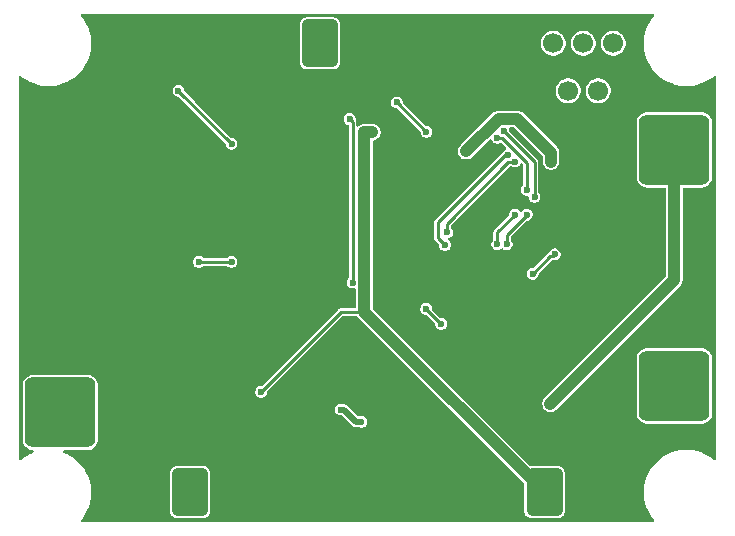
<source format=gbl>
G04 #@! TF.GenerationSoftware,KiCad,Pcbnew,9.0.1*
G04 #@! TF.CreationDate,2025-05-07T20:37:22+02:00*
G04 #@! TF.ProjectId,resistive-BMS-4s,72657369-7374-4697-9665-2d424d532d34,rev?*
G04 #@! TF.SameCoordinates,Original*
G04 #@! TF.FileFunction,Copper,L2,Bot*
G04 #@! TF.FilePolarity,Positive*
%FSLAX46Y46*%
G04 Gerber Fmt 4.6, Leading zero omitted, Abs format (unit mm)*
G04 Created by KiCad (PCBNEW 9.0.1) date 2025-05-07 20:37:22*
%MOMM*%
%LPD*%
G01*
G04 APERTURE LIST*
G04 Aperture macros list*
%AMRoundRect*
0 Rectangle with rounded corners*
0 $1 Rounding radius*
0 $2 $3 $4 $5 $6 $7 $8 $9 X,Y pos of 4 corners*
0 Add a 4 corners polygon primitive as box body*
4,1,4,$2,$3,$4,$5,$6,$7,$8,$9,$2,$3,0*
0 Add four circle primitives for the rounded corners*
1,1,$1+$1,$2,$3*
1,1,$1+$1,$4,$5*
1,1,$1+$1,$6,$7*
1,1,$1+$1,$8,$9*
0 Add four rect primitives between the rounded corners*
20,1,$1+$1,$2,$3,$4,$5,0*
20,1,$1+$1,$4,$5,$6,$7,0*
20,1,$1+$1,$6,$7,$8,$9,0*
20,1,$1+$1,$8,$9,$2,$3,0*%
G04 Aperture macros list end*
G04 #@! TA.AperFunction,ComponentPad*
%ADD10C,0.600000*%
G04 #@! TD*
G04 #@! TA.AperFunction,SMDPad,CuDef*
%ADD11RoundRect,0.375000X-1.125000X-1.625000X1.125000X-1.625000X1.125000X1.625000X-1.125000X1.625000X0*%
G04 #@! TD*
G04 #@! TA.AperFunction,ComponentPad*
%ADD12R,1.700000X1.700000*%
G04 #@! TD*
G04 #@! TA.AperFunction,ComponentPad*
%ADD13C,1.700000*%
G04 #@! TD*
G04 #@! TA.AperFunction,SMDPad,CuDef*
%ADD14RoundRect,0.750000X-2.250000X-2.250000X2.250000X-2.250000X2.250000X2.250000X-2.250000X2.250000X0*%
G04 #@! TD*
G04 #@! TA.AperFunction,ViaPad*
%ADD15C,0.600000*%
G04 #@! TD*
G04 #@! TA.AperFunction,Conductor*
%ADD16C,0.250000*%
G04 #@! TD*
G04 #@! TA.AperFunction,Conductor*
%ADD17C,1.000000*%
G04 #@! TD*
G04 #@! TA.AperFunction,Conductor*
%ADD18C,0.500000*%
G04 #@! TD*
G04 APERTURE END LIST*
D10*
X84000000Y-117500000D03*
X84000000Y-118500000D03*
X84000000Y-119500000D03*
X84000000Y-120500000D03*
X84500000Y-118000000D03*
X84500000Y-119000000D03*
X84500000Y-120000000D03*
X85000000Y-117500000D03*
X85000000Y-118500000D03*
D11*
X85000000Y-119000000D03*
D10*
X85000000Y-119500000D03*
X85000000Y-120500000D03*
X85500000Y-118000000D03*
X85500000Y-119000000D03*
X85500000Y-120000000D03*
X86000000Y-117500000D03*
X86000000Y-118500000D03*
X86000000Y-119500000D03*
X86000000Y-120500000D03*
D12*
X113190000Y-81000000D03*
D13*
X115730000Y-81000000D03*
X118270000Y-81000000D03*
X120810000Y-81000000D03*
D10*
X114000000Y-117500000D03*
X114000000Y-118500000D03*
X114000000Y-119500000D03*
X114000000Y-120500000D03*
X114500000Y-118000000D03*
X114500000Y-119000000D03*
X114500000Y-120000000D03*
X115000000Y-117500000D03*
X115000000Y-118500000D03*
D11*
X115000000Y-119000000D03*
D10*
X115000000Y-119500000D03*
X115000000Y-120500000D03*
X115500000Y-118000000D03*
X115500000Y-119000000D03*
X115500000Y-120000000D03*
X116000000Y-117500000D03*
X116000000Y-118500000D03*
X116000000Y-119500000D03*
X116000000Y-120500000D03*
X71500000Y-85250000D03*
X71500000Y-86250000D03*
X71500000Y-87250000D03*
X71500000Y-88250000D03*
X71500000Y-89250000D03*
X71500000Y-90250000D03*
X72500000Y-85250000D03*
X72500000Y-86250000D03*
X72500000Y-87250000D03*
X72500000Y-88250000D03*
X72500000Y-89250000D03*
X72500000Y-90250000D03*
X73500000Y-85250000D03*
X73500000Y-86250000D03*
X73500000Y-87250000D03*
X73500000Y-88250000D03*
X73500000Y-89250000D03*
X73500000Y-90250000D03*
D14*
X74000000Y-87750000D03*
D10*
X74500000Y-85250000D03*
X74500000Y-86250000D03*
X74500000Y-87250000D03*
X74500000Y-88250000D03*
X74500000Y-89250000D03*
X74500000Y-90250000D03*
X75500000Y-85250000D03*
X75500000Y-86250000D03*
X75500000Y-87250000D03*
X75500000Y-88250000D03*
X75500000Y-89250000D03*
X75500000Y-90250000D03*
X76500000Y-85250000D03*
X76500000Y-86250000D03*
X76500000Y-87250000D03*
X76500000Y-88250000D03*
X76500000Y-89250000D03*
X76500000Y-90250000D03*
X123500000Y-107500000D03*
X123500000Y-108500000D03*
X123500000Y-109500000D03*
X123500000Y-110500000D03*
X123500000Y-111500000D03*
X123500000Y-112500000D03*
X124500000Y-107500000D03*
X124500000Y-108500000D03*
X124500000Y-109500000D03*
X124500000Y-110500000D03*
X124500000Y-111500000D03*
X124500000Y-112500000D03*
X125500000Y-107500000D03*
X125500000Y-108500000D03*
X125500000Y-109500000D03*
X125500000Y-110500000D03*
X125500000Y-111500000D03*
X125500000Y-112500000D03*
D14*
X126000000Y-110000000D03*
D10*
X126500000Y-107500000D03*
X126500000Y-108500000D03*
X126500000Y-109500000D03*
X126500000Y-110500000D03*
X126500000Y-111500000D03*
X126500000Y-112500000D03*
X127500000Y-107500000D03*
X127500000Y-108500000D03*
X127500000Y-109500000D03*
X127500000Y-110500000D03*
X127500000Y-111500000D03*
X127500000Y-112500000D03*
X128500000Y-107500000D03*
X128500000Y-108500000D03*
X128500000Y-109500000D03*
X128500000Y-110500000D03*
X128500000Y-111500000D03*
X128500000Y-112500000D03*
X71500000Y-109750000D03*
X71500000Y-110750000D03*
X71500000Y-111750000D03*
X71500000Y-112750000D03*
X71500000Y-113750000D03*
X71500000Y-114750000D03*
X72500000Y-109750000D03*
X72500000Y-110750000D03*
X72500000Y-111750000D03*
X72500000Y-112750000D03*
X72500000Y-113750000D03*
X72500000Y-114750000D03*
X73500000Y-109750000D03*
X73500000Y-110750000D03*
X73500000Y-111750000D03*
X73500000Y-112750000D03*
X73500000Y-113750000D03*
X73500000Y-114750000D03*
D14*
X74000000Y-112250000D03*
D10*
X74500000Y-109750000D03*
X74500000Y-110750000D03*
X74500000Y-111750000D03*
X74500000Y-112750000D03*
X74500000Y-113750000D03*
X74500000Y-114750000D03*
X75500000Y-109750000D03*
X75500000Y-110750000D03*
X75500000Y-111750000D03*
X75500000Y-112750000D03*
X75500000Y-113750000D03*
X75500000Y-114750000D03*
X76500000Y-109750000D03*
X76500000Y-110750000D03*
X76500000Y-111750000D03*
X76500000Y-112750000D03*
X76500000Y-113750000D03*
X76500000Y-114750000D03*
D12*
X114460000Y-85000000D03*
D13*
X117000000Y-85000000D03*
X119540000Y-85000000D03*
D10*
X123500000Y-87500000D03*
X123500000Y-88500000D03*
X123500000Y-89500000D03*
X123500000Y-90500000D03*
X123500000Y-91500000D03*
X123500000Y-92500000D03*
X124500000Y-87500000D03*
X124500000Y-88500000D03*
X124500000Y-89500000D03*
X124500000Y-90500000D03*
X124500000Y-91500000D03*
X124500000Y-92500000D03*
X125500000Y-87500000D03*
X125500000Y-88500000D03*
X125500000Y-89500000D03*
X125500000Y-90500000D03*
X125500000Y-91500000D03*
X125500000Y-92500000D03*
D14*
X126000000Y-90000000D03*
D10*
X126500000Y-87500000D03*
X126500000Y-88500000D03*
X126500000Y-89500000D03*
X126500000Y-90500000D03*
X126500000Y-91500000D03*
X126500000Y-92500000D03*
X127500000Y-87500000D03*
X127500000Y-88500000D03*
X127500000Y-89500000D03*
X127500000Y-90500000D03*
X127500000Y-91500000D03*
X127500000Y-92500000D03*
X128500000Y-87500000D03*
X128500000Y-88500000D03*
X128500000Y-89500000D03*
X128500000Y-90500000D03*
X128500000Y-91500000D03*
X128500000Y-92500000D03*
X95000000Y-79500000D03*
X95000000Y-80500000D03*
X95000000Y-81500000D03*
X95000000Y-82500000D03*
X95500000Y-80000000D03*
X95500000Y-81000000D03*
X95500000Y-82000000D03*
X96000000Y-79500000D03*
X96000000Y-80500000D03*
D11*
X96000000Y-81000000D03*
D10*
X96000000Y-81500000D03*
X96000000Y-82500000D03*
X96500000Y-80000000D03*
X96500000Y-81000000D03*
X96500000Y-82000000D03*
X97000000Y-79500000D03*
X97000000Y-80500000D03*
X97000000Y-81500000D03*
X97000000Y-82500000D03*
D15*
X104000000Y-102000000D03*
X95500000Y-98500000D03*
X117500000Y-96000000D03*
X88000000Y-110500000D03*
X104500000Y-111250000D03*
X109681851Y-103972178D03*
X109750000Y-105000000D03*
X93000000Y-91500000D03*
X85000000Y-114000000D03*
X108500000Y-100110308D03*
X103000000Y-97750000D03*
X123750000Y-84750000D03*
X99000000Y-106000000D03*
X105500000Y-107500000D03*
X117500000Y-100100000D03*
X119750000Y-119250000D03*
X103000000Y-108750000D03*
X113000000Y-103750000D03*
X85500000Y-94500000D03*
X124000000Y-115000000D03*
X82250000Y-86250000D03*
X90500000Y-116500000D03*
X85250000Y-103250000D03*
X95000000Y-114000000D03*
X105750000Y-94500000D03*
X109000000Y-91500000D03*
X90750000Y-105750000D03*
X96250000Y-85500000D03*
X100500000Y-119750000D03*
X108000000Y-110482207D03*
X96750000Y-102000000D03*
X111750000Y-101000000D03*
X92750000Y-83250000D03*
X103000000Y-91250000D03*
X108000000Y-92750000D03*
X88250000Y-96750000D03*
X93250000Y-113000000D03*
X78750000Y-118250000D03*
X95500000Y-110250000D03*
X99500000Y-83250000D03*
X115250000Y-95500000D03*
X98500000Y-87400000D03*
X98750000Y-101250000D03*
X91000000Y-110500000D03*
X100451000Y-88500000D03*
X99750000Y-88500000D03*
X115500000Y-111500000D03*
X99500000Y-113050000D03*
X97750000Y-112000000D03*
X116000000Y-111000000D03*
X119625000Y-107375000D03*
X115551000Y-91000000D03*
X115862500Y-98862500D03*
X109000120Y-89500120D03*
X115551000Y-90250000D03*
X108375000Y-90125000D03*
X114000000Y-100500000D03*
X112500000Y-95500000D03*
X111000000Y-98000000D03*
X111525046Y-88390823D03*
X84000000Y-85000000D03*
X114150000Y-94000000D03*
X88500000Y-89500000D03*
X113500000Y-93400000D03*
X102500000Y-86000000D03*
X105000000Y-88500000D03*
X111000000Y-89000000D03*
X111800003Y-98000000D03*
X113500000Y-95500000D03*
X88500000Y-99500000D03*
X85750000Y-99500000D03*
X104970558Y-103470558D03*
X106250000Y-104750000D03*
X111934313Y-90434313D03*
X106566942Y-98066942D03*
X112500000Y-91000000D03*
X106750000Y-97000000D03*
D16*
X98500000Y-87400000D02*
X98750000Y-87650000D01*
X98750000Y-87650000D02*
X98750000Y-101250000D01*
D17*
X99750000Y-103750000D02*
X99750000Y-88500000D01*
D16*
X91000000Y-110500000D02*
X97750000Y-103750000D01*
X97750000Y-103750000D02*
X99750000Y-103750000D01*
D17*
X99750000Y-88500000D02*
X100424000Y-88500000D01*
X115000000Y-119000000D02*
X99750000Y-103750000D01*
X119625000Y-107375000D02*
X126000000Y-101000000D01*
D18*
X98000000Y-112000000D02*
X97750000Y-112000000D01*
X99500000Y-113050000D02*
X99050000Y-113050000D01*
D17*
X126000000Y-101000000D02*
X126000000Y-90000000D01*
D18*
X99050000Y-113050000D02*
X98000000Y-112000000D01*
D17*
X119625000Y-107375000D02*
X115500000Y-111500000D01*
X112690823Y-87389823D02*
X115551000Y-90250000D01*
D16*
X115862500Y-98862500D02*
X115725000Y-99000000D01*
X115725000Y-99000000D02*
X115500000Y-99000000D01*
D17*
X111110418Y-87389823D02*
X112690823Y-87389823D01*
X115551000Y-90250000D02*
X115551000Y-91000000D01*
D16*
X115500000Y-99000000D02*
X114000000Y-100500000D01*
D17*
X108375241Y-90125000D02*
X111110418Y-87389823D01*
X108375000Y-90125000D02*
X108375241Y-90125000D01*
D16*
X111000000Y-97000000D02*
X111000000Y-98000000D01*
X112500000Y-95500000D02*
X111000000Y-97000000D01*
X114150000Y-91047546D02*
X111525046Y-88422592D01*
X111525046Y-88422592D02*
X111525046Y-88390823D01*
X114150000Y-94000000D02*
X114150000Y-91047546D01*
X88500000Y-89500000D02*
X84000000Y-85000000D01*
X105000000Y-88500000D02*
X102500000Y-86000000D01*
X113500000Y-93400000D02*
X113500000Y-91114702D01*
X113500000Y-91114702D02*
X111385298Y-89000000D01*
X111385298Y-89000000D02*
X111000000Y-89000000D01*
X113500000Y-95500000D02*
X111800003Y-97199997D01*
X111800003Y-97199997D02*
X111800003Y-98000000D01*
X88500000Y-99500000D02*
X85750000Y-99500000D01*
X104970558Y-103470558D02*
X106250000Y-104750000D01*
X106000000Y-96114702D02*
X111680389Y-90434313D01*
X111680389Y-90434313D02*
X111934313Y-90434313D01*
X106566942Y-98066942D02*
X106000000Y-97500000D01*
X106000000Y-97500000D02*
X106000000Y-96114702D01*
X106750000Y-97000000D02*
X106750000Y-96250000D01*
X111939687Y-91060313D02*
X112439687Y-91060313D01*
X106750000Y-96250000D02*
X111939687Y-91060313D01*
X112439687Y-91060313D02*
X112500000Y-91000000D01*
G04 #@! TA.AperFunction,Conductor*
G36*
X124242396Y-78519407D02*
G01*
X124278360Y-78568907D01*
X124278360Y-78630093D01*
X124260733Y-78662305D01*
X124104565Y-78852596D01*
X123908029Y-79146732D01*
X123741266Y-79458721D01*
X123741257Y-79458739D01*
X123605878Y-79785573D01*
X123503191Y-80124092D01*
X123434174Y-80471063D01*
X123399500Y-80823121D01*
X123399500Y-81176878D01*
X123434174Y-81528936D01*
X123503191Y-81875907D01*
X123605878Y-82214426D01*
X123605882Y-82214435D01*
X123741261Y-82541269D01*
X123908024Y-82853259D01*
X123908027Y-82853264D01*
X123908029Y-82853267D01*
X124008271Y-83003289D01*
X124104564Y-83147402D01*
X124328988Y-83420864D01*
X124579136Y-83671012D01*
X124852598Y-83895436D01*
X125146741Y-84091976D01*
X125458731Y-84258739D01*
X125785565Y-84394118D01*
X125785567Y-84394118D01*
X125785573Y-84394121D01*
X126078170Y-84482878D01*
X126124095Y-84496809D01*
X126471060Y-84565825D01*
X126823119Y-84600500D01*
X126823122Y-84600500D01*
X127176878Y-84600500D01*
X127176881Y-84600500D01*
X127528940Y-84565825D01*
X127875905Y-84496809D01*
X128076661Y-84435910D01*
X128214426Y-84394121D01*
X128214428Y-84394119D01*
X128214435Y-84394118D01*
X128541269Y-84258739D01*
X128853259Y-84091976D01*
X129147402Y-83895436D01*
X129337697Y-83739265D01*
X129394672Y-83716966D01*
X129453875Y-83732414D01*
X129492690Y-83779711D01*
X129499500Y-83815794D01*
X129499500Y-116184205D01*
X129480593Y-116242396D01*
X129431093Y-116278360D01*
X129369907Y-116278360D01*
X129337695Y-116260733D01*
X129147403Y-116104565D01*
X128853267Y-115908029D01*
X128853264Y-115908027D01*
X128853259Y-115908024D01*
X128541269Y-115741261D01*
X128541263Y-115741258D01*
X128541260Y-115741257D01*
X128214426Y-115605878D01*
X127875907Y-115503191D01*
X127642466Y-115456756D01*
X127528940Y-115434175D01*
X127528938Y-115434174D01*
X127271576Y-115408826D01*
X127176881Y-115399500D01*
X126823119Y-115399500D01*
X126719097Y-115409745D01*
X126471063Y-115434174D01*
X126124092Y-115503191D01*
X125785573Y-115605878D01*
X125458739Y-115741257D01*
X125458721Y-115741266D01*
X125146732Y-115908029D01*
X124852596Y-116104565D01*
X124579141Y-116328983D01*
X124328983Y-116579141D01*
X124104565Y-116852596D01*
X123908029Y-117146732D01*
X123741266Y-117458721D01*
X123741257Y-117458739D01*
X123605878Y-117785573D01*
X123503191Y-118124092D01*
X123434174Y-118471063D01*
X123399500Y-118823121D01*
X123399500Y-119176878D01*
X123434174Y-119528936D01*
X123503191Y-119875907D01*
X123605878Y-120214426D01*
X123605882Y-120214435D01*
X123741261Y-120541269D01*
X123908024Y-120853259D01*
X123908027Y-120853264D01*
X123908029Y-120853267D01*
X124008271Y-121003289D01*
X124104564Y-121147402D01*
X124148140Y-121200500D01*
X124260733Y-121337695D01*
X124283033Y-121394672D01*
X124267584Y-121453875D01*
X124220287Y-121492690D01*
X124184205Y-121499500D01*
X75815795Y-121499500D01*
X75757604Y-121480593D01*
X75721640Y-121431093D01*
X75721640Y-121369907D01*
X75739267Y-121337695D01*
X75752214Y-121321918D01*
X75895436Y-121147402D01*
X76091976Y-120853259D01*
X76258739Y-120541269D01*
X76394118Y-120214435D01*
X76496809Y-119875905D01*
X76565825Y-119528940D01*
X76600500Y-119176881D01*
X76600500Y-118823119D01*
X76565825Y-118471060D01*
X76496809Y-118124095D01*
X76482878Y-118078170D01*
X76394121Y-117785573D01*
X76258742Y-117458739D01*
X76258739Y-117458731D01*
X76193821Y-117337279D01*
X83299500Y-117337279D01*
X83299500Y-117337280D01*
X83299500Y-120662720D01*
X83314313Y-120775236D01*
X83372302Y-120915233D01*
X83464549Y-121035451D01*
X83584767Y-121127698D01*
X83724764Y-121185687D01*
X83837280Y-121200500D01*
X83837281Y-121200500D01*
X86162719Y-121200500D01*
X86162720Y-121200500D01*
X86275236Y-121185687D01*
X86415233Y-121127698D01*
X86535451Y-121035451D01*
X86627698Y-120915233D01*
X86685687Y-120775236D01*
X86700500Y-120662720D01*
X86700500Y-117337280D01*
X86685687Y-117224764D01*
X86627698Y-117084767D01*
X86535451Y-116964549D01*
X86415233Y-116872302D01*
X86275236Y-116814313D01*
X86275234Y-116814312D01*
X86275232Y-116814312D01*
X86162720Y-116799500D01*
X83837280Y-116799500D01*
X83837279Y-116799500D01*
X83724767Y-116814312D01*
X83724761Y-116814314D01*
X83584768Y-116872301D01*
X83464551Y-116964547D01*
X83464547Y-116964551D01*
X83372301Y-117084768D01*
X83314314Y-117224761D01*
X83314312Y-117224767D01*
X83299500Y-117337279D01*
X76193821Y-117337279D01*
X76091976Y-117146741D01*
X75895436Y-116852598D01*
X75671012Y-116579136D01*
X75420864Y-116328988D01*
X75147402Y-116104564D01*
X75003289Y-116008271D01*
X74853267Y-115908029D01*
X74853264Y-115908027D01*
X74853259Y-115908024D01*
X74541269Y-115741261D01*
X74541263Y-115741258D01*
X74541260Y-115741257D01*
X74299130Y-115640964D01*
X74252605Y-115601227D01*
X74238321Y-115541733D01*
X74261736Y-115485205D01*
X74313905Y-115453235D01*
X74337016Y-115450500D01*
X76305134Y-115450500D01*
X76305138Y-115450500D01*
X76418552Y-115440417D01*
X76604406Y-115387237D01*
X76775751Y-115297734D01*
X76925571Y-115175571D01*
X77047734Y-115025751D01*
X77137237Y-114854406D01*
X77190417Y-114668552D01*
X77200500Y-114555138D01*
X77200500Y-111934108D01*
X97249500Y-111934108D01*
X97249500Y-112065892D01*
X97264206Y-112120775D01*
X97283609Y-112193190D01*
X97349496Y-112307309D01*
X97349498Y-112307311D01*
X97349500Y-112307314D01*
X97442686Y-112400500D01*
X97442688Y-112400501D01*
X97442690Y-112400503D01*
X97556810Y-112466390D01*
X97556808Y-112466390D01*
X97556812Y-112466391D01*
X97556814Y-112466392D01*
X97684108Y-112500500D01*
X97684110Y-112500500D01*
X97822381Y-112500500D01*
X97822381Y-112503928D01*
X97868667Y-112511982D01*
X97892392Y-112529495D01*
X98773386Y-113410489D01*
X98773388Y-113410490D01*
X98773389Y-113410491D01*
X98773390Y-113410492D01*
X98876107Y-113469796D01*
X98876109Y-113469797D01*
X98876113Y-113469799D01*
X98900322Y-113476284D01*
X98900325Y-113476287D01*
X98900326Y-113476286D01*
X98990688Y-113500499D01*
X98990690Y-113500500D01*
X98990691Y-113500500D01*
X99252761Y-113500500D01*
X99302258Y-113513761D01*
X99306814Y-113516392D01*
X99434108Y-113550500D01*
X99434110Y-113550500D01*
X99565890Y-113550500D01*
X99565892Y-113550500D01*
X99693186Y-113516392D01*
X99693188Y-113516390D01*
X99693190Y-113516390D01*
X99807309Y-113450503D01*
X99807309Y-113450502D01*
X99807314Y-113450500D01*
X99900500Y-113357314D01*
X99966392Y-113243186D01*
X100000500Y-113115892D01*
X100000500Y-112984108D01*
X99966392Y-112856814D01*
X99966390Y-112856811D01*
X99966390Y-112856809D01*
X99900503Y-112742690D01*
X99900501Y-112742688D01*
X99900500Y-112742686D01*
X99807314Y-112649500D01*
X99807311Y-112649498D01*
X99807309Y-112649496D01*
X99693189Y-112583609D01*
X99693191Y-112583609D01*
X99643799Y-112570375D01*
X99565892Y-112549500D01*
X99434108Y-112549500D01*
X99306814Y-112583608D01*
X99306812Y-112583608D01*
X99300546Y-112585288D01*
X99300214Y-112584051D01*
X99246040Y-112588311D01*
X99199155Y-112562052D01*
X98757878Y-112120775D01*
X98276614Y-111639511D01*
X98276611Y-111639509D01*
X98276610Y-111639508D01*
X98276609Y-111639507D01*
X98173890Y-111580202D01*
X98173886Y-111580200D01*
X98149673Y-111573712D01*
X98149673Y-111573713D01*
X98059309Y-111549500D01*
X98059307Y-111549500D01*
X97997239Y-111549500D01*
X97947741Y-111536238D01*
X97943186Y-111533608D01*
X97815892Y-111499500D01*
X97684108Y-111499500D01*
X97606200Y-111520375D01*
X97556809Y-111533609D01*
X97442690Y-111599496D01*
X97349496Y-111692690D01*
X97283609Y-111806809D01*
X97283608Y-111806814D01*
X97249500Y-111934108D01*
X77200500Y-111934108D01*
X77200500Y-110434108D01*
X90499500Y-110434108D01*
X90499500Y-110565892D01*
X90529579Y-110678151D01*
X90533609Y-110693190D01*
X90599496Y-110807309D01*
X90599498Y-110807311D01*
X90599500Y-110807314D01*
X90692686Y-110900500D01*
X90692688Y-110900501D01*
X90692690Y-110900503D01*
X90806810Y-110966390D01*
X90806808Y-110966390D01*
X90806812Y-110966391D01*
X90806814Y-110966392D01*
X90934108Y-111000500D01*
X90934110Y-111000500D01*
X91065890Y-111000500D01*
X91065892Y-111000500D01*
X91193186Y-110966392D01*
X91193188Y-110966390D01*
X91193190Y-110966390D01*
X91307309Y-110900503D01*
X91307309Y-110900502D01*
X91307314Y-110900500D01*
X91400500Y-110807314D01*
X91466392Y-110693186D01*
X91500500Y-110565892D01*
X91500500Y-110500834D01*
X91519407Y-110442643D01*
X91529496Y-110430830D01*
X97855830Y-104104496D01*
X97910347Y-104076719D01*
X97925834Y-104075500D01*
X99072091Y-104075500D01*
X99130282Y-104094407D01*
X99154407Y-104119499D01*
X99205886Y-104196543D01*
X113270505Y-118261162D01*
X113298281Y-118315677D01*
X113299500Y-118331164D01*
X113299500Y-120662720D01*
X113314313Y-120775236D01*
X113372302Y-120915233D01*
X113464549Y-121035451D01*
X113584767Y-121127698D01*
X113724764Y-121185687D01*
X113837280Y-121200500D01*
X113837281Y-121200500D01*
X116162719Y-121200500D01*
X116162720Y-121200500D01*
X116275236Y-121185687D01*
X116415233Y-121127698D01*
X116535451Y-121035451D01*
X116627698Y-120915233D01*
X116685687Y-120775236D01*
X116700500Y-120662720D01*
X116700500Y-117337280D01*
X116685687Y-117224764D01*
X116627698Y-117084767D01*
X116535451Y-116964549D01*
X116415233Y-116872302D01*
X116275236Y-116814313D01*
X116275234Y-116814312D01*
X116275232Y-116814312D01*
X116162720Y-116799500D01*
X113837280Y-116799500D01*
X113834039Y-116799500D01*
X113834039Y-116798513D01*
X113778487Y-116784387D01*
X113761337Y-116770680D01*
X108421660Y-111431003D01*
X114799500Y-111431003D01*
X114799500Y-111568996D01*
X114826420Y-111704327D01*
X114826420Y-111704329D01*
X114879223Y-111831808D01*
X114879224Y-111831810D01*
X114879225Y-111831811D01*
X114955886Y-111946543D01*
X115053457Y-112044114D01*
X115168189Y-112120775D01*
X115295672Y-112173580D01*
X115431006Y-112200500D01*
X115431007Y-112200500D01*
X115568993Y-112200500D01*
X115568994Y-112200500D01*
X115704328Y-112173580D01*
X115831811Y-112120775D01*
X115946543Y-112044114D01*
X120169114Y-107821543D01*
X120169114Y-107821542D01*
X120295794Y-107694862D01*
X122799500Y-107694862D01*
X122799500Y-112305138D01*
X122806222Y-112380747D01*
X122809583Y-112418554D01*
X122862761Y-112604399D01*
X122862763Y-112604406D01*
X122952264Y-112775748D01*
X123074426Y-112925568D01*
X123074429Y-112925571D01*
X123224249Y-113047734D01*
X123395594Y-113137237D01*
X123581448Y-113190417D01*
X123694862Y-113200500D01*
X123694866Y-113200500D01*
X128305134Y-113200500D01*
X128305138Y-113200500D01*
X128418552Y-113190417D01*
X128604406Y-113137237D01*
X128775751Y-113047734D01*
X128925571Y-112925571D01*
X129047734Y-112775751D01*
X129137237Y-112604406D01*
X129190417Y-112418552D01*
X129200500Y-112305138D01*
X129200500Y-107694862D01*
X129190417Y-107581448D01*
X129137237Y-107395594D01*
X129047734Y-107224249D01*
X128925571Y-107074429D01*
X128925568Y-107074426D01*
X128842597Y-107006772D01*
X128775751Y-106952266D01*
X128775749Y-106952265D01*
X128775748Y-106952264D01*
X128604406Y-106862763D01*
X128604399Y-106862761D01*
X128418554Y-106809583D01*
X128380747Y-106806222D01*
X128305138Y-106799500D01*
X123694862Y-106799500D01*
X123630054Y-106805261D01*
X123581445Y-106809583D01*
X123395600Y-106862761D01*
X123395593Y-106862763D01*
X123224251Y-106952264D01*
X123074431Y-107074426D01*
X123074426Y-107074431D01*
X122952264Y-107224251D01*
X122862763Y-107395593D01*
X122862761Y-107395600D01*
X122809583Y-107581445D01*
X122809583Y-107581448D01*
X122799500Y-107694862D01*
X120295794Y-107694862D01*
X126544113Y-101446543D01*
X126572148Y-101404587D01*
X126620775Y-101331811D01*
X126673580Y-101204328D01*
X126700500Y-101068993D01*
X126700500Y-93299500D01*
X126719407Y-93241309D01*
X126768907Y-93205345D01*
X126799500Y-93200500D01*
X128305134Y-93200500D01*
X128305138Y-93200500D01*
X128418552Y-93190417D01*
X128604406Y-93137237D01*
X128775751Y-93047734D01*
X128925571Y-92925571D01*
X129047734Y-92775751D01*
X129137237Y-92604406D01*
X129190417Y-92418552D01*
X129200500Y-92305138D01*
X129200500Y-87694862D01*
X129190417Y-87581448D01*
X129137237Y-87395594D01*
X129047734Y-87224249D01*
X128925571Y-87074429D01*
X128925568Y-87074426D01*
X128842597Y-87006772D01*
X128775751Y-86952266D01*
X128775749Y-86952265D01*
X128775748Y-86952264D01*
X128604406Y-86862763D01*
X128604399Y-86862761D01*
X128418554Y-86809583D01*
X128380747Y-86806222D01*
X128305138Y-86799500D01*
X123694862Y-86799500D01*
X123630054Y-86805261D01*
X123581445Y-86809583D01*
X123395600Y-86862761D01*
X123395593Y-86862763D01*
X123224251Y-86952264D01*
X123074431Y-87074426D01*
X123074426Y-87074431D01*
X122952264Y-87224251D01*
X122862763Y-87395593D01*
X122862761Y-87395600D01*
X122809583Y-87581445D01*
X122799500Y-87694865D01*
X122799500Y-92305134D01*
X122809583Y-92418554D01*
X122862761Y-92604399D01*
X122862763Y-92604406D01*
X122952264Y-92775748D01*
X123074426Y-92925568D01*
X123074429Y-92925571D01*
X123224249Y-93047734D01*
X123395594Y-93137237D01*
X123581448Y-93190417D01*
X123694862Y-93200500D01*
X125200500Y-93200500D01*
X125258691Y-93219407D01*
X125294655Y-93268907D01*
X125299500Y-93299500D01*
X125299500Y-100668835D01*
X125280593Y-100727026D01*
X125270504Y-100738838D01*
X119178457Y-106830885D01*
X119178457Y-106830886D01*
X114955883Y-111053460D01*
X114879223Y-111168191D01*
X114826420Y-111295670D01*
X114826420Y-111295672D01*
X114799500Y-111431003D01*
X108421660Y-111431003D01*
X100479496Y-103488839D01*
X100475869Y-103481721D01*
X100469407Y-103477026D01*
X100462243Y-103454977D01*
X100451719Y-103434322D01*
X100450500Y-103418835D01*
X100450500Y-103404666D01*
X104470058Y-103404666D01*
X104470058Y-103536450D01*
X104500137Y-103648709D01*
X104504167Y-103663748D01*
X104570054Y-103777867D01*
X104570056Y-103777869D01*
X104570058Y-103777872D01*
X104663244Y-103871058D01*
X104663246Y-103871059D01*
X104663248Y-103871061D01*
X104777368Y-103936948D01*
X104777366Y-103936948D01*
X104777370Y-103936949D01*
X104777372Y-103936950D01*
X104904666Y-103971058D01*
X104969723Y-103971058D01*
X105027914Y-103989965D01*
X105039727Y-104000054D01*
X105720504Y-104680831D01*
X105748281Y-104735348D01*
X105749500Y-104750835D01*
X105749500Y-104815892D01*
X105779579Y-104928151D01*
X105783609Y-104943190D01*
X105849496Y-105057309D01*
X105849498Y-105057311D01*
X105849500Y-105057314D01*
X105942686Y-105150500D01*
X105942688Y-105150501D01*
X105942690Y-105150503D01*
X106056810Y-105216390D01*
X106056808Y-105216390D01*
X106056812Y-105216391D01*
X106056814Y-105216392D01*
X106184108Y-105250500D01*
X106184110Y-105250500D01*
X106315890Y-105250500D01*
X106315892Y-105250500D01*
X106443186Y-105216392D01*
X106443188Y-105216390D01*
X106443190Y-105216390D01*
X106557309Y-105150503D01*
X106557309Y-105150502D01*
X106557314Y-105150500D01*
X106650500Y-105057314D01*
X106716392Y-104943186D01*
X106750500Y-104815892D01*
X106750500Y-104684108D01*
X106716392Y-104556814D01*
X106716390Y-104556811D01*
X106716390Y-104556809D01*
X106650503Y-104442690D01*
X106650501Y-104442688D01*
X106650500Y-104442686D01*
X106557314Y-104349500D01*
X106557311Y-104349498D01*
X106557309Y-104349496D01*
X106443189Y-104283609D01*
X106443191Y-104283609D01*
X106393799Y-104270375D01*
X106315892Y-104249500D01*
X106315890Y-104249500D01*
X106250835Y-104249500D01*
X106192644Y-104230593D01*
X106180831Y-104220504D01*
X105500054Y-103539727D01*
X105472277Y-103485210D01*
X105471058Y-103469723D01*
X105471058Y-103404667D01*
X105471058Y-103404666D01*
X105436950Y-103277372D01*
X105436948Y-103277369D01*
X105436948Y-103277367D01*
X105371061Y-103163248D01*
X105371059Y-103163246D01*
X105371058Y-103163244D01*
X105277872Y-103070058D01*
X105277869Y-103070056D01*
X105277867Y-103070054D01*
X105163747Y-103004167D01*
X105163749Y-103004167D01*
X105114357Y-102990933D01*
X105036450Y-102970058D01*
X104904666Y-102970058D01*
X104826758Y-102990933D01*
X104777367Y-103004167D01*
X104663248Y-103070054D01*
X104570054Y-103163248D01*
X104504167Y-103277367D01*
X104504166Y-103277372D01*
X104470058Y-103404666D01*
X100450500Y-103404666D01*
X100450500Y-100434108D01*
X113499500Y-100434108D01*
X113499500Y-100565892D01*
X113527083Y-100668835D01*
X113533609Y-100693190D01*
X113599496Y-100807309D01*
X113599498Y-100807311D01*
X113599500Y-100807314D01*
X113692686Y-100900500D01*
X113692688Y-100900501D01*
X113692690Y-100900503D01*
X113806810Y-100966390D01*
X113806808Y-100966390D01*
X113806812Y-100966391D01*
X113806814Y-100966392D01*
X113934108Y-101000500D01*
X113934110Y-101000500D01*
X114065890Y-101000500D01*
X114065892Y-101000500D01*
X114193186Y-100966392D01*
X114193188Y-100966390D01*
X114193190Y-100966390D01*
X114307309Y-100900503D01*
X114307309Y-100900502D01*
X114307314Y-100900500D01*
X114400500Y-100807314D01*
X114440034Y-100738839D01*
X114466390Y-100693190D01*
X114466390Y-100693188D01*
X114466392Y-100693186D01*
X114500500Y-100565892D01*
X114500500Y-100500835D01*
X114519407Y-100442644D01*
X114529496Y-100430831D01*
X115059828Y-99900499D01*
X115599025Y-99361301D01*
X115653540Y-99333526D01*
X115694646Y-99335679D01*
X115796608Y-99363000D01*
X115796610Y-99363000D01*
X115928390Y-99363000D01*
X115928392Y-99363000D01*
X116055686Y-99328892D01*
X116055688Y-99328890D01*
X116055690Y-99328890D01*
X116169809Y-99263003D01*
X116169809Y-99263002D01*
X116169814Y-99263000D01*
X116263000Y-99169814D01*
X116271211Y-99155593D01*
X116328890Y-99055690D01*
X116328890Y-99055688D01*
X116328892Y-99055686D01*
X116363000Y-98928392D01*
X116363000Y-98796608D01*
X116328892Y-98669314D01*
X116328890Y-98669311D01*
X116328890Y-98669309D01*
X116263003Y-98555190D01*
X116263001Y-98555188D01*
X116263000Y-98555186D01*
X116169814Y-98462000D01*
X116169811Y-98461998D01*
X116169809Y-98461996D01*
X116055689Y-98396109D01*
X116055691Y-98396109D01*
X115987426Y-98377818D01*
X115928392Y-98362000D01*
X115796608Y-98362000D01*
X115737574Y-98377818D01*
X115669309Y-98396109D01*
X115555190Y-98461996D01*
X115461996Y-98555190D01*
X115396542Y-98668560D01*
X115360306Y-98704796D01*
X115304770Y-98736859D01*
X115304771Y-98736860D01*
X115300142Y-98739532D01*
X115300138Y-98739535D01*
X114069169Y-99970504D01*
X114014652Y-99998281D01*
X113999165Y-99999500D01*
X113934108Y-99999500D01*
X113856200Y-100020375D01*
X113806809Y-100033609D01*
X113692690Y-100099496D01*
X113599496Y-100192690D01*
X113533609Y-100306809D01*
X113533608Y-100306814D01*
X113499500Y-100434108D01*
X100450500Y-100434108D01*
X100450500Y-96071849D01*
X105674500Y-96071849D01*
X105674500Y-97457147D01*
X105674500Y-97542853D01*
X105677917Y-97555604D01*
X105696683Y-97625643D01*
X105739531Y-97699857D01*
X105739533Y-97699859D01*
X105739535Y-97699862D01*
X106037447Y-97997774D01*
X106065223Y-98052289D01*
X106066442Y-98067776D01*
X106066442Y-98132834D01*
X106082613Y-98193186D01*
X106100551Y-98260132D01*
X106166438Y-98374251D01*
X106166440Y-98374253D01*
X106166442Y-98374256D01*
X106259628Y-98467442D01*
X106259630Y-98467443D01*
X106259632Y-98467445D01*
X106373752Y-98533332D01*
X106373750Y-98533332D01*
X106373754Y-98533333D01*
X106373756Y-98533334D01*
X106501050Y-98567442D01*
X106501052Y-98567442D01*
X106632832Y-98567442D01*
X106632834Y-98567442D01*
X106760128Y-98533334D01*
X106760130Y-98533332D01*
X106760132Y-98533332D01*
X106874251Y-98467445D01*
X106874251Y-98467444D01*
X106874256Y-98467442D01*
X106967442Y-98374256D01*
X107033334Y-98260128D01*
X107067442Y-98132834D01*
X107067442Y-98001050D01*
X107049505Y-97934108D01*
X110499500Y-97934108D01*
X110499500Y-98065892D01*
X110517437Y-98132834D01*
X110533609Y-98193190D01*
X110599496Y-98307309D01*
X110599498Y-98307311D01*
X110599500Y-98307314D01*
X110692686Y-98400500D01*
X110692688Y-98400501D01*
X110692690Y-98400503D01*
X110806810Y-98466390D01*
X110806808Y-98466390D01*
X110806812Y-98466391D01*
X110806814Y-98466392D01*
X110934108Y-98500500D01*
X110934110Y-98500500D01*
X111065890Y-98500500D01*
X111065892Y-98500500D01*
X111193186Y-98466392D01*
X111193188Y-98466390D01*
X111193190Y-98466390D01*
X111233009Y-98443399D01*
X111307314Y-98400500D01*
X111329996Y-98377817D01*
X111384510Y-98350038D01*
X111444943Y-98359608D01*
X111470001Y-98377812D01*
X111492689Y-98400500D01*
X111492691Y-98400501D01*
X111492693Y-98400503D01*
X111606813Y-98466390D01*
X111606811Y-98466390D01*
X111606815Y-98466391D01*
X111606817Y-98466392D01*
X111734111Y-98500500D01*
X111734113Y-98500500D01*
X111865893Y-98500500D01*
X111865895Y-98500500D01*
X111993189Y-98466392D01*
X111993191Y-98466390D01*
X111993193Y-98466390D01*
X112107312Y-98400503D01*
X112107312Y-98400502D01*
X112107317Y-98400500D01*
X112200503Y-98307314D01*
X112266395Y-98193186D01*
X112300503Y-98065892D01*
X112300503Y-97934108D01*
X112266395Y-97806814D01*
X112266393Y-97806811D01*
X112266393Y-97806809D01*
X112200506Y-97692690D01*
X112200502Y-97692684D01*
X112154499Y-97646681D01*
X112126722Y-97592164D01*
X112125503Y-97576678D01*
X112125503Y-97375831D01*
X112144410Y-97317640D01*
X112154499Y-97305827D01*
X113430830Y-96029496D01*
X113485347Y-96001719D01*
X113500834Y-96000500D01*
X113565890Y-96000500D01*
X113565892Y-96000500D01*
X113693186Y-95966392D01*
X113693188Y-95966390D01*
X113693190Y-95966390D01*
X113807309Y-95900503D01*
X113807309Y-95900502D01*
X113807314Y-95900500D01*
X113900500Y-95807314D01*
X113966392Y-95693186D01*
X114000500Y-95565892D01*
X114000500Y-95434108D01*
X113966392Y-95306814D01*
X113966390Y-95306811D01*
X113966390Y-95306809D01*
X113900503Y-95192690D01*
X113900501Y-95192688D01*
X113900500Y-95192686D01*
X113807314Y-95099500D01*
X113807311Y-95099498D01*
X113807309Y-95099496D01*
X113693189Y-95033609D01*
X113693191Y-95033609D01*
X113643799Y-95020375D01*
X113565892Y-94999500D01*
X113434108Y-94999500D01*
X113356200Y-95020375D01*
X113306809Y-95033609D01*
X113192690Y-95099496D01*
X113099498Y-95192688D01*
X113085736Y-95216525D01*
X113040266Y-95257465D01*
X112979416Y-95263860D01*
X112926428Y-95233267D01*
X112914264Y-95216525D01*
X112900501Y-95192688D01*
X112900500Y-95192686D01*
X112807314Y-95099500D01*
X112807311Y-95099498D01*
X112807309Y-95099496D01*
X112693189Y-95033609D01*
X112693191Y-95033609D01*
X112643799Y-95020375D01*
X112565892Y-94999500D01*
X112434108Y-94999500D01*
X112356200Y-95020375D01*
X112306809Y-95033609D01*
X112192690Y-95099496D01*
X112099496Y-95192690D01*
X112033609Y-95306809D01*
X112033608Y-95306814D01*
X112000001Y-95432241D01*
X111999500Y-95434109D01*
X111999500Y-95499165D01*
X111980593Y-95557356D01*
X111970504Y-95569169D01*
X110739531Y-96800142D01*
X110696682Y-96874360D01*
X110696681Y-96874360D01*
X110696682Y-96874361D01*
X110674500Y-96957147D01*
X110674500Y-97576678D01*
X110655593Y-97634869D01*
X110645504Y-97646681D01*
X110599500Y-97692684D01*
X110599496Y-97692690D01*
X110533609Y-97806809D01*
X110533608Y-97806814D01*
X110499500Y-97934108D01*
X107049505Y-97934108D01*
X107033334Y-97873756D01*
X107033332Y-97873753D01*
X107033332Y-97873751D01*
X106967445Y-97759632D01*
X106967443Y-97759630D01*
X106967442Y-97759628D01*
X106874256Y-97666442D01*
X106866429Y-97661923D01*
X106825489Y-97616454D01*
X106819093Y-97555604D01*
X106849686Y-97502616D01*
X106890306Y-97480560D01*
X106943186Y-97466392D01*
X107057314Y-97400500D01*
X107150500Y-97307314D01*
X107216392Y-97193186D01*
X107250500Y-97065892D01*
X107250500Y-96934108D01*
X107216392Y-96806814D01*
X107216390Y-96806811D01*
X107216390Y-96806809D01*
X107150503Y-96692690D01*
X107150499Y-96692684D01*
X107104496Y-96646681D01*
X107100870Y-96639564D01*
X107094407Y-96634869D01*
X107087242Y-96612817D01*
X107076719Y-96592164D01*
X107075500Y-96576678D01*
X107075500Y-96425834D01*
X107094407Y-96367643D01*
X107104496Y-96355830D01*
X112045517Y-91414809D01*
X112100034Y-91387032D01*
X112115521Y-91385813D01*
X112140720Y-91385813D01*
X112190220Y-91399077D01*
X112306810Y-91466390D01*
X112306808Y-91466390D01*
X112306812Y-91466391D01*
X112306814Y-91466392D01*
X112434108Y-91500500D01*
X112434110Y-91500500D01*
X112565890Y-91500500D01*
X112565892Y-91500500D01*
X112693186Y-91466392D01*
X112693188Y-91466390D01*
X112693190Y-91466390D01*
X112807309Y-91400503D01*
X112807309Y-91400502D01*
X112807314Y-91400500D01*
X112900500Y-91307314D01*
X112957433Y-91208702D01*
X112978333Y-91189884D01*
X112998223Y-91169995D01*
X113000892Y-91169572D01*
X113002901Y-91167764D01*
X113030876Y-91164823D01*
X113058655Y-91160424D01*
X113061062Y-91161650D01*
X113063751Y-91161368D01*
X113113172Y-91188201D01*
X113145504Y-91220533D01*
X113173281Y-91275050D01*
X113174500Y-91290537D01*
X113174500Y-92976678D01*
X113155593Y-93034869D01*
X113145504Y-93046681D01*
X113099500Y-93092684D01*
X113099496Y-93092690D01*
X113033609Y-93206809D01*
X113024365Y-93241309D01*
X112999500Y-93334108D01*
X112999500Y-93465892D01*
X113029185Y-93576678D01*
X113033609Y-93593190D01*
X113099496Y-93707309D01*
X113099498Y-93707311D01*
X113099500Y-93707314D01*
X113192686Y-93800500D01*
X113192688Y-93800501D01*
X113192690Y-93800503D01*
X113306810Y-93866390D01*
X113306808Y-93866390D01*
X113306812Y-93866391D01*
X113306814Y-93866392D01*
X113434108Y-93900500D01*
X113434110Y-93900500D01*
X113550500Y-93900500D01*
X113608691Y-93919407D01*
X113644655Y-93968907D01*
X113649500Y-93999500D01*
X113649500Y-94065892D01*
X113679579Y-94178151D01*
X113683609Y-94193190D01*
X113749496Y-94307309D01*
X113749498Y-94307311D01*
X113749500Y-94307314D01*
X113842686Y-94400500D01*
X113842688Y-94400501D01*
X113842690Y-94400503D01*
X113956810Y-94466390D01*
X113956808Y-94466390D01*
X113956812Y-94466391D01*
X113956814Y-94466392D01*
X114084108Y-94500500D01*
X114084110Y-94500500D01*
X114215890Y-94500500D01*
X114215892Y-94500500D01*
X114343186Y-94466392D01*
X114343188Y-94466390D01*
X114343190Y-94466390D01*
X114457309Y-94400503D01*
X114457309Y-94400502D01*
X114457314Y-94400500D01*
X114550500Y-94307314D01*
X114616392Y-94193186D01*
X114650500Y-94065892D01*
X114650500Y-93934108D01*
X114616392Y-93806814D01*
X114616390Y-93806811D01*
X114616390Y-93806809D01*
X114550503Y-93692690D01*
X114550499Y-93692684D01*
X114504496Y-93646681D01*
X114476719Y-93592164D01*
X114475500Y-93576678D01*
X114475500Y-91098386D01*
X114475501Y-91098373D01*
X114475501Y-91004696D01*
X114475501Y-91004694D01*
X114453318Y-90921908D01*
X114449237Y-90914840D01*
X114410465Y-90847684D01*
X114349862Y-90787081D01*
X114349859Y-90787079D01*
X112054542Y-88491761D01*
X112026765Y-88437244D01*
X112025546Y-88421757D01*
X112025546Y-88324932D01*
X112025546Y-88324931D01*
X111996075Y-88214943D01*
X111999278Y-88153845D01*
X112037783Y-88106295D01*
X112091702Y-88090323D01*
X112359658Y-88090323D01*
X112417849Y-88109230D01*
X112429662Y-88119319D01*
X114821504Y-90511161D01*
X114849281Y-90565678D01*
X114850500Y-90581165D01*
X114850500Y-91068995D01*
X114877420Y-91204327D01*
X114877420Y-91204329D01*
X114930222Y-91331806D01*
X114930228Y-91331817D01*
X115006885Y-91446541D01*
X115104458Y-91544114D01*
X115219182Y-91620771D01*
X115219193Y-91620777D01*
X115266283Y-91640282D01*
X115346672Y-91673580D01*
X115482007Y-91700500D01*
X115482008Y-91700500D01*
X115619992Y-91700500D01*
X115619993Y-91700500D01*
X115755328Y-91673580D01*
X115882811Y-91620775D01*
X115997542Y-91544114D01*
X116095114Y-91446542D01*
X116171775Y-91331811D01*
X116224580Y-91204328D01*
X116251500Y-91068993D01*
X116251500Y-90181007D01*
X116224580Y-90045672D01*
X116191741Y-89966392D01*
X116171777Y-89918193D01*
X116171771Y-89918182D01*
X116141720Y-89873208D01*
X116141719Y-89873207D01*
X116095116Y-89803460D01*
X116095114Y-89803457D01*
X113137366Y-86845709D01*
X113083299Y-86809583D01*
X113022631Y-86769046D01*
X112895151Y-86716243D01*
X112759819Y-86689323D01*
X112759817Y-86689323D01*
X112759816Y-86689323D01*
X111041425Y-86689323D01*
X111041422Y-86689323D01*
X110933009Y-86710887D01*
X110933009Y-86710888D01*
X110927655Y-86711953D01*
X110906090Y-86716242D01*
X110853282Y-86738116D01*
X110778609Y-86769046D01*
X110717944Y-86809582D01*
X110663876Y-86845709D01*
X107933214Y-89576368D01*
X107930652Y-89578691D01*
X107830893Y-89678449D01*
X107830885Y-89678458D01*
X107754228Y-89793182D01*
X107754222Y-89793193D01*
X107701420Y-89920670D01*
X107701420Y-89920672D01*
X107674500Y-90056004D01*
X107674500Y-90193995D01*
X107701420Y-90329327D01*
X107701420Y-90329329D01*
X107754222Y-90456806D01*
X107754228Y-90456817D01*
X107830885Y-90571541D01*
X107928458Y-90669114D01*
X108043182Y-90745771D01*
X108043193Y-90745777D01*
X108090283Y-90765282D01*
X108170672Y-90798580D01*
X108306007Y-90825500D01*
X108306008Y-90825500D01*
X108444234Y-90825500D01*
X108444235Y-90825500D01*
X108579569Y-90798580D01*
X108707052Y-90745775D01*
X108821784Y-90669114D01*
X110362509Y-89128387D01*
X110417024Y-89100612D01*
X110477456Y-89110183D01*
X110520721Y-89153448D01*
X110528136Y-89172766D01*
X110528355Y-89173580D01*
X110533609Y-89193190D01*
X110599496Y-89307309D01*
X110599498Y-89307311D01*
X110599500Y-89307314D01*
X110692686Y-89400500D01*
X110692688Y-89400501D01*
X110692690Y-89400503D01*
X110806810Y-89466390D01*
X110806808Y-89466390D01*
X110806812Y-89466391D01*
X110806814Y-89466392D01*
X110934108Y-89500500D01*
X110934110Y-89500500D01*
X111065890Y-89500500D01*
X111065892Y-89500500D01*
X111193186Y-89466392D01*
X111253037Y-89431836D01*
X111312883Y-89419115D01*
X111368779Y-89444001D01*
X111372540Y-89447569D01*
X111746111Y-89821140D01*
X111773888Y-89875657D01*
X111764317Y-89936089D01*
X111725608Y-89976880D01*
X111627001Y-90033811D01*
X111533810Y-90127002D01*
X111533141Y-90128162D01*
X111532195Y-90129107D01*
X111529863Y-90132147D01*
X111529462Y-90131839D01*
X111496915Y-90164386D01*
X111480525Y-90173849D01*
X105739532Y-95914843D01*
X105739531Y-95914844D01*
X105696682Y-95989062D01*
X105696681Y-95989062D01*
X105696682Y-95989063D01*
X105696682Y-95989064D01*
X105674500Y-96071849D01*
X100450500Y-96071849D01*
X100450500Y-89290199D01*
X100469407Y-89232008D01*
X100518907Y-89196044D01*
X100530173Y-89193104D01*
X100628328Y-89173580D01*
X100755811Y-89120775D01*
X100870542Y-89044114D01*
X100968114Y-88946542D01*
X101044775Y-88831811D01*
X101097580Y-88704328D01*
X101124500Y-88568993D01*
X101124500Y-88431007D01*
X101097580Y-88295672D01*
X101044775Y-88168189D01*
X101044774Y-88168187D01*
X101044771Y-88168182D01*
X100968114Y-88053458D01*
X100870541Y-87955885D01*
X100755817Y-87879228D01*
X100755806Y-87879222D01*
X100628328Y-87826420D01*
X100492995Y-87799500D01*
X100492993Y-87799500D01*
X99818993Y-87799500D01*
X99681007Y-87799500D01*
X99681004Y-87799500D01*
X99545672Y-87826420D01*
X99545670Y-87826420D01*
X99418193Y-87879222D01*
X99418182Y-87879228D01*
X99303458Y-87955885D01*
X99303454Y-87955889D01*
X99244504Y-88014840D01*
X99189987Y-88042617D01*
X99129555Y-88033046D01*
X99086290Y-87989781D01*
X99075500Y-87944836D01*
X99075500Y-87607148D01*
X99068613Y-87581445D01*
X99053318Y-87524362D01*
X99013762Y-87455849D01*
X99000500Y-87406351D01*
X99000500Y-87334109D01*
X98971064Y-87224251D01*
X98966392Y-87206814D01*
X98966390Y-87206811D01*
X98966390Y-87206809D01*
X98900503Y-87092690D01*
X98900501Y-87092688D01*
X98900500Y-87092686D01*
X98807314Y-86999500D01*
X98807311Y-86999498D01*
X98807309Y-86999496D01*
X98693189Y-86933609D01*
X98693191Y-86933609D01*
X98643799Y-86920375D01*
X98565892Y-86899500D01*
X98434108Y-86899500D01*
X98356200Y-86920375D01*
X98306809Y-86933609D01*
X98192690Y-86999496D01*
X98099496Y-87092690D01*
X98033609Y-87206809D01*
X98033608Y-87206814D01*
X97999500Y-87334108D01*
X97999500Y-87465892D01*
X98015167Y-87524362D01*
X98033609Y-87593190D01*
X98099496Y-87707309D01*
X98099498Y-87707311D01*
X98099500Y-87707314D01*
X98192686Y-87800500D01*
X98306814Y-87866392D01*
X98351124Y-87878264D01*
X98402437Y-87911586D01*
X98424364Y-87968707D01*
X98424500Y-87973890D01*
X98424500Y-100826678D01*
X98405593Y-100884869D01*
X98395504Y-100896681D01*
X98349500Y-100942684D01*
X98349496Y-100942690D01*
X98283609Y-101056809D01*
X98280344Y-101068995D01*
X98249500Y-101184108D01*
X98249500Y-101315892D01*
X98273266Y-101404587D01*
X98283609Y-101443190D01*
X98349496Y-101557309D01*
X98349498Y-101557311D01*
X98349500Y-101557314D01*
X98442686Y-101650500D01*
X98442688Y-101650501D01*
X98442690Y-101650503D01*
X98556810Y-101716390D01*
X98556808Y-101716390D01*
X98556812Y-101716391D01*
X98556814Y-101716392D01*
X98684108Y-101750500D01*
X98684110Y-101750500D01*
X98815890Y-101750500D01*
X98815892Y-101750500D01*
X98924879Y-101721297D01*
X98985978Y-101724500D01*
X99033528Y-101763005D01*
X99049500Y-101816924D01*
X99049500Y-103325500D01*
X99030593Y-103383691D01*
X98981093Y-103419655D01*
X98950500Y-103424500D01*
X97798932Y-103424500D01*
X97798916Y-103424499D01*
X97792853Y-103424499D01*
X97707148Y-103424499D01*
X97707145Y-103424499D01*
X97624365Y-103446680D01*
X97601566Y-103459843D01*
X97557630Y-103485210D01*
X97550135Y-103489537D01*
X97489534Y-103550137D01*
X97489535Y-103550138D01*
X91069169Y-109970504D01*
X91014652Y-109998281D01*
X90999165Y-109999500D01*
X90934108Y-109999500D01*
X90856200Y-110020375D01*
X90806809Y-110033609D01*
X90692690Y-110099496D01*
X90599496Y-110192690D01*
X90533609Y-110306809D01*
X90533608Y-110306814D01*
X90499500Y-110434108D01*
X77200500Y-110434108D01*
X77200500Y-109944862D01*
X77190417Y-109831448D01*
X77137237Y-109645594D01*
X77047734Y-109474249D01*
X76925571Y-109324429D01*
X76925568Y-109324426D01*
X76842597Y-109256772D01*
X76775751Y-109202266D01*
X76775749Y-109202265D01*
X76775748Y-109202264D01*
X76604406Y-109112763D01*
X76604399Y-109112761D01*
X76418554Y-109059583D01*
X76380747Y-109056222D01*
X76305138Y-109049500D01*
X71694862Y-109049500D01*
X71630054Y-109055261D01*
X71581445Y-109059583D01*
X71395600Y-109112761D01*
X71395593Y-109112763D01*
X71224251Y-109202264D01*
X71074431Y-109324426D01*
X71074426Y-109324431D01*
X70952264Y-109474251D01*
X70862763Y-109645593D01*
X70862761Y-109645600D01*
X70809583Y-109831445D01*
X70799500Y-109944865D01*
X70799500Y-114555134D01*
X70809583Y-114668554D01*
X70862761Y-114854399D01*
X70862763Y-114854406D01*
X70952264Y-115025748D01*
X71074426Y-115175568D01*
X71074429Y-115175571D01*
X71224249Y-115297734D01*
X71395594Y-115387237D01*
X71581448Y-115440417D01*
X71676610Y-115448877D01*
X71732895Y-115472861D01*
X71764335Y-115525351D01*
X71758917Y-115586297D01*
X71718711Y-115632418D01*
X71705727Y-115638951D01*
X71458739Y-115741257D01*
X71458721Y-115741266D01*
X71146732Y-115908029D01*
X70852596Y-116104565D01*
X70662305Y-116260733D01*
X70605328Y-116283033D01*
X70546125Y-116267584D01*
X70507310Y-116220287D01*
X70500500Y-116184205D01*
X70500500Y-99434108D01*
X85249500Y-99434108D01*
X85249500Y-99565892D01*
X85279579Y-99678151D01*
X85283609Y-99693190D01*
X85349496Y-99807309D01*
X85349498Y-99807311D01*
X85349500Y-99807314D01*
X85442686Y-99900500D01*
X85442688Y-99900501D01*
X85442690Y-99900503D01*
X85556810Y-99966390D01*
X85556808Y-99966390D01*
X85556812Y-99966391D01*
X85556814Y-99966392D01*
X85684108Y-100000500D01*
X85684110Y-100000500D01*
X85815890Y-100000500D01*
X85815892Y-100000500D01*
X85943186Y-99966392D01*
X85943188Y-99966390D01*
X85943190Y-99966390D01*
X86057309Y-99900503D01*
X86057310Y-99900502D01*
X86057314Y-99900500D01*
X86057315Y-99900499D01*
X86103319Y-99854496D01*
X86157836Y-99826719D01*
X86173322Y-99825500D01*
X88076678Y-99825500D01*
X88134869Y-99844407D01*
X88146681Y-99854496D01*
X88192684Y-99900499D01*
X88192690Y-99900503D01*
X88306810Y-99966390D01*
X88306808Y-99966390D01*
X88306812Y-99966391D01*
X88306814Y-99966392D01*
X88434108Y-100000500D01*
X88434110Y-100000500D01*
X88565890Y-100000500D01*
X88565892Y-100000500D01*
X88693186Y-99966392D01*
X88693188Y-99966390D01*
X88693190Y-99966390D01*
X88807309Y-99900503D01*
X88807309Y-99900502D01*
X88807314Y-99900500D01*
X88900500Y-99807314D01*
X88966392Y-99693186D01*
X89000500Y-99565892D01*
X89000500Y-99434108D01*
X88966392Y-99306814D01*
X88966390Y-99306811D01*
X88966390Y-99306809D01*
X88900503Y-99192690D01*
X88900501Y-99192688D01*
X88900500Y-99192686D01*
X88807314Y-99099500D01*
X88807311Y-99099498D01*
X88807309Y-99099496D01*
X88693189Y-99033609D01*
X88693191Y-99033609D01*
X88643799Y-99020375D01*
X88565892Y-98999500D01*
X88434108Y-98999500D01*
X88356200Y-99020375D01*
X88306809Y-99033609D01*
X88192690Y-99099496D01*
X88192684Y-99099500D01*
X88146681Y-99145504D01*
X88092164Y-99173281D01*
X88076678Y-99174500D01*
X86173322Y-99174500D01*
X86115131Y-99155593D01*
X86103319Y-99145504D01*
X86057315Y-99099500D01*
X86057309Y-99099496D01*
X85943189Y-99033609D01*
X85943191Y-99033609D01*
X85893799Y-99020375D01*
X85815892Y-98999500D01*
X85684108Y-98999500D01*
X85606200Y-99020375D01*
X85556809Y-99033609D01*
X85442690Y-99099496D01*
X85349496Y-99192690D01*
X85283609Y-99306809D01*
X85275873Y-99335680D01*
X85249500Y-99434108D01*
X70500500Y-99434108D01*
X70500500Y-84934108D01*
X83499500Y-84934108D01*
X83499500Y-85065892D01*
X83509567Y-85103463D01*
X83533609Y-85193190D01*
X83599496Y-85307309D01*
X83599498Y-85307311D01*
X83599500Y-85307314D01*
X83692686Y-85400500D01*
X83692688Y-85400501D01*
X83692690Y-85400503D01*
X83806810Y-85466390D01*
X83806808Y-85466390D01*
X83806812Y-85466391D01*
X83806814Y-85466392D01*
X83934108Y-85500500D01*
X83999165Y-85500500D01*
X84057356Y-85519407D01*
X84069169Y-85529496D01*
X87970504Y-89430831D01*
X87998281Y-89485348D01*
X87999500Y-89500835D01*
X87999500Y-89565892D01*
X88003388Y-89580402D01*
X88033609Y-89693190D01*
X88099496Y-89807309D01*
X88099498Y-89807311D01*
X88099500Y-89807314D01*
X88192686Y-89900500D01*
X88192688Y-89900501D01*
X88192690Y-89900503D01*
X88306810Y-89966390D01*
X88306808Y-89966390D01*
X88306812Y-89966391D01*
X88306814Y-89966392D01*
X88434108Y-90000500D01*
X88434110Y-90000500D01*
X88565890Y-90000500D01*
X88565892Y-90000500D01*
X88693186Y-89966392D01*
X88693188Y-89966390D01*
X88693190Y-89966390D01*
X88807309Y-89900503D01*
X88807309Y-89900502D01*
X88807314Y-89900500D01*
X88900500Y-89807314D01*
X88966392Y-89693186D01*
X89000500Y-89565892D01*
X89000500Y-89434108D01*
X88966392Y-89306814D01*
X88966390Y-89306811D01*
X88966390Y-89306809D01*
X88900503Y-89192690D01*
X88900501Y-89192688D01*
X88900500Y-89192686D01*
X88807314Y-89099500D01*
X88807311Y-89099498D01*
X88807309Y-89099496D01*
X88693189Y-89033609D01*
X88693191Y-89033609D01*
X88643799Y-89020375D01*
X88565892Y-88999500D01*
X88565890Y-88999500D01*
X88500835Y-88999500D01*
X88442644Y-88980593D01*
X88430831Y-88970504D01*
X85394435Y-85934108D01*
X101999500Y-85934108D01*
X101999500Y-86065892D01*
X102029579Y-86178151D01*
X102033609Y-86193190D01*
X102099496Y-86307309D01*
X102099498Y-86307311D01*
X102099500Y-86307314D01*
X102192686Y-86400500D01*
X102192688Y-86400501D01*
X102192690Y-86400503D01*
X102306810Y-86466390D01*
X102306808Y-86466390D01*
X102306812Y-86466391D01*
X102306814Y-86466392D01*
X102434108Y-86500500D01*
X102499165Y-86500500D01*
X102557356Y-86519407D01*
X102569169Y-86529496D01*
X104470504Y-88430831D01*
X104498281Y-88485348D01*
X104499500Y-88500835D01*
X104499500Y-88565892D01*
X104529579Y-88678151D01*
X104533609Y-88693190D01*
X104599496Y-88807309D01*
X104599498Y-88807311D01*
X104599500Y-88807314D01*
X104692686Y-88900500D01*
X104692688Y-88900501D01*
X104692690Y-88900503D01*
X104806810Y-88966390D01*
X104806808Y-88966390D01*
X104806812Y-88966391D01*
X104806814Y-88966392D01*
X104934108Y-89000500D01*
X104934110Y-89000500D01*
X105065890Y-89000500D01*
X105065892Y-89000500D01*
X105193186Y-88966392D01*
X105193188Y-88966390D01*
X105193190Y-88966390D01*
X105307309Y-88900503D01*
X105307309Y-88900502D01*
X105307314Y-88900500D01*
X105400500Y-88807314D01*
X105466392Y-88693186D01*
X105500500Y-88565892D01*
X105500500Y-88434108D01*
X105466392Y-88306814D01*
X105466390Y-88306811D01*
X105466390Y-88306809D01*
X105400503Y-88192690D01*
X105400501Y-88192688D01*
X105400500Y-88192686D01*
X105307314Y-88099500D01*
X105307311Y-88099498D01*
X105307309Y-88099496D01*
X105193189Y-88033609D01*
X105193191Y-88033609D01*
X105123142Y-88014840D01*
X105065892Y-87999500D01*
X105065890Y-87999500D01*
X105000835Y-87999500D01*
X104942644Y-87980593D01*
X104930831Y-87970504D01*
X103029496Y-86069169D01*
X103001719Y-86014652D01*
X103000500Y-85999165D01*
X103000500Y-85934109D01*
X102999651Y-85930941D01*
X102966392Y-85806814D01*
X102966390Y-85806811D01*
X102966390Y-85806809D01*
X102900503Y-85692690D01*
X102900501Y-85692688D01*
X102900500Y-85692686D01*
X102807314Y-85599500D01*
X102807311Y-85599498D01*
X102807309Y-85599496D01*
X102693189Y-85533609D01*
X102693191Y-85533609D01*
X102640187Y-85519407D01*
X102565892Y-85499500D01*
X102434108Y-85499500D01*
X102359813Y-85519407D01*
X102306809Y-85533609D01*
X102192690Y-85599496D01*
X102099496Y-85692690D01*
X102033609Y-85806809D01*
X102033608Y-85806814D01*
X101999500Y-85934108D01*
X85394435Y-85934108D01*
X84529496Y-85069169D01*
X84527538Y-85065327D01*
X84523875Y-85063055D01*
X84517492Y-85045610D01*
X84501719Y-85014652D01*
X84500765Y-85006402D01*
X84500500Y-85002786D01*
X84500500Y-84934108D01*
X84490432Y-84896532D01*
X115949500Y-84896532D01*
X115949500Y-85103467D01*
X115989869Y-85306418D01*
X116069058Y-85497597D01*
X116137147Y-85599500D01*
X116184023Y-85669655D01*
X116330345Y-85815977D01*
X116502402Y-85930941D01*
X116693580Y-86010130D01*
X116896535Y-86050500D01*
X116896536Y-86050500D01*
X117103464Y-86050500D01*
X117103465Y-86050500D01*
X117306420Y-86010130D01*
X117497598Y-85930941D01*
X117669655Y-85815977D01*
X117815977Y-85669655D01*
X117930941Y-85497598D01*
X118010130Y-85306420D01*
X118050500Y-85103465D01*
X118050500Y-84896535D01*
X118050499Y-84896532D01*
X118489500Y-84896532D01*
X118489500Y-85103467D01*
X118529869Y-85306418D01*
X118609058Y-85497597D01*
X118677147Y-85599500D01*
X118724023Y-85669655D01*
X118870345Y-85815977D01*
X119042402Y-85930941D01*
X119233580Y-86010130D01*
X119436535Y-86050500D01*
X119436536Y-86050500D01*
X119643464Y-86050500D01*
X119643465Y-86050500D01*
X119846420Y-86010130D01*
X120037598Y-85930941D01*
X120209655Y-85815977D01*
X120355977Y-85669655D01*
X120470941Y-85497598D01*
X120550130Y-85306420D01*
X120590500Y-85103465D01*
X120590500Y-84896535D01*
X120550130Y-84693580D01*
X120470941Y-84502402D01*
X120355977Y-84330345D01*
X120209655Y-84184023D01*
X120037598Y-84069059D01*
X120037599Y-84069059D01*
X120037597Y-84069058D01*
X119846418Y-83989869D01*
X119643467Y-83949500D01*
X119643465Y-83949500D01*
X119436535Y-83949500D01*
X119436532Y-83949500D01*
X119233581Y-83989869D01*
X119042402Y-84069058D01*
X118870348Y-84184020D01*
X118724020Y-84330348D01*
X118609058Y-84502402D01*
X118529869Y-84693581D01*
X118489500Y-84896532D01*
X118050499Y-84896532D01*
X118010130Y-84693580D01*
X117930941Y-84502402D01*
X117815977Y-84330345D01*
X117669655Y-84184023D01*
X117497598Y-84069059D01*
X117497599Y-84069059D01*
X117497597Y-84069058D01*
X117306418Y-83989869D01*
X117103467Y-83949500D01*
X117103465Y-83949500D01*
X116896535Y-83949500D01*
X116896532Y-83949500D01*
X116693581Y-83989869D01*
X116502402Y-84069058D01*
X116330348Y-84184020D01*
X116184020Y-84330348D01*
X116069058Y-84502402D01*
X115989869Y-84693581D01*
X115949500Y-84896532D01*
X84490432Y-84896532D01*
X84466392Y-84806814D01*
X84466390Y-84806811D01*
X84466390Y-84806809D01*
X84400503Y-84692690D01*
X84400501Y-84692688D01*
X84400500Y-84692686D01*
X84307314Y-84599500D01*
X84307311Y-84599498D01*
X84307309Y-84599496D01*
X84193189Y-84533609D01*
X84193191Y-84533609D01*
X84143799Y-84520375D01*
X84065892Y-84499500D01*
X83934108Y-84499500D01*
X83856200Y-84520375D01*
X83806809Y-84533609D01*
X83692690Y-84599496D01*
X83599496Y-84692690D01*
X83533609Y-84806809D01*
X83533608Y-84806814D01*
X83499500Y-84934108D01*
X70500500Y-84934108D01*
X70500500Y-83815794D01*
X70519407Y-83757603D01*
X70568907Y-83721639D01*
X70630093Y-83721639D01*
X70662301Y-83739264D01*
X70852598Y-83895436D01*
X71146741Y-84091976D01*
X71458731Y-84258739D01*
X71785565Y-84394118D01*
X71785567Y-84394118D01*
X71785573Y-84394121D01*
X72078170Y-84482878D01*
X72124095Y-84496809D01*
X72471060Y-84565825D01*
X72823119Y-84600500D01*
X72823122Y-84600500D01*
X73176878Y-84600500D01*
X73176881Y-84600500D01*
X73528940Y-84565825D01*
X73875905Y-84496809D01*
X74076661Y-84435910D01*
X74214426Y-84394121D01*
X74214428Y-84394119D01*
X74214435Y-84394118D01*
X74541269Y-84258739D01*
X74853259Y-84091976D01*
X75147402Y-83895436D01*
X75420864Y-83671012D01*
X75671012Y-83420864D01*
X75895436Y-83147402D01*
X76091976Y-82853259D01*
X76258739Y-82541269D01*
X76394118Y-82214435D01*
X76496809Y-81875905D01*
X76565825Y-81528940D01*
X76600500Y-81176881D01*
X76600500Y-80823119D01*
X76565825Y-80471060D01*
X76496809Y-80124095D01*
X76456093Y-79989870D01*
X76394121Y-79785573D01*
X76258742Y-79458739D01*
X76258739Y-79458731D01*
X76193821Y-79337279D01*
X94299500Y-79337279D01*
X94299500Y-79337280D01*
X94299500Y-82662720D01*
X94314313Y-82775236D01*
X94372302Y-82915233D01*
X94464549Y-83035451D01*
X94584767Y-83127698D01*
X94724764Y-83185687D01*
X94837280Y-83200500D01*
X94837281Y-83200500D01*
X97162719Y-83200500D01*
X97162720Y-83200500D01*
X97275236Y-83185687D01*
X97415233Y-83127698D01*
X97535451Y-83035451D01*
X97627698Y-82915233D01*
X97685687Y-82775236D01*
X97700500Y-82662720D01*
X97700500Y-80896532D01*
X114679500Y-80896532D01*
X114679500Y-81103467D01*
X114719869Y-81306418D01*
X114799058Y-81497597D01*
X114799059Y-81497598D01*
X114914023Y-81669655D01*
X115060345Y-81815977D01*
X115232402Y-81930941D01*
X115423580Y-82010130D01*
X115626535Y-82050500D01*
X115626536Y-82050500D01*
X115833464Y-82050500D01*
X115833465Y-82050500D01*
X116036420Y-82010130D01*
X116227598Y-81930941D01*
X116399655Y-81815977D01*
X116545977Y-81669655D01*
X116660941Y-81497598D01*
X116740130Y-81306420D01*
X116780500Y-81103465D01*
X116780500Y-80896535D01*
X116780499Y-80896532D01*
X117219500Y-80896532D01*
X117219500Y-81103467D01*
X117259869Y-81306418D01*
X117339058Y-81497597D01*
X117339059Y-81497598D01*
X117454023Y-81669655D01*
X117600345Y-81815977D01*
X117772402Y-81930941D01*
X117963580Y-82010130D01*
X118166535Y-82050500D01*
X118166536Y-82050500D01*
X118373464Y-82050500D01*
X118373465Y-82050500D01*
X118576420Y-82010130D01*
X118767598Y-81930941D01*
X118939655Y-81815977D01*
X119085977Y-81669655D01*
X119200941Y-81497598D01*
X119280130Y-81306420D01*
X119320500Y-81103465D01*
X119320500Y-80896535D01*
X119320499Y-80896532D01*
X119759500Y-80896532D01*
X119759500Y-81103467D01*
X119799869Y-81306418D01*
X119879058Y-81497597D01*
X119879059Y-81497598D01*
X119994023Y-81669655D01*
X120140345Y-81815977D01*
X120312402Y-81930941D01*
X120503580Y-82010130D01*
X120706535Y-82050500D01*
X120706536Y-82050500D01*
X120913464Y-82050500D01*
X120913465Y-82050500D01*
X121116420Y-82010130D01*
X121307598Y-81930941D01*
X121479655Y-81815977D01*
X121625977Y-81669655D01*
X121740941Y-81497598D01*
X121820130Y-81306420D01*
X121860500Y-81103465D01*
X121860500Y-80896535D01*
X121820130Y-80693580D01*
X121740941Y-80502402D01*
X121625977Y-80330345D01*
X121479655Y-80184023D01*
X121389966Y-80124095D01*
X121307597Y-80069058D01*
X121116418Y-79989869D01*
X120913467Y-79949500D01*
X120913465Y-79949500D01*
X120706535Y-79949500D01*
X120706532Y-79949500D01*
X120503581Y-79989869D01*
X120312402Y-80069058D01*
X120140348Y-80184020D01*
X119994020Y-80330348D01*
X119879058Y-80502402D01*
X119799869Y-80693581D01*
X119759500Y-80896532D01*
X119320499Y-80896532D01*
X119280130Y-80693580D01*
X119200941Y-80502402D01*
X119085977Y-80330345D01*
X118939655Y-80184023D01*
X118849966Y-80124095D01*
X118767597Y-80069058D01*
X118576418Y-79989869D01*
X118373467Y-79949500D01*
X118373465Y-79949500D01*
X118166535Y-79949500D01*
X118166532Y-79949500D01*
X117963581Y-79989869D01*
X117772402Y-80069058D01*
X117600348Y-80184020D01*
X117454020Y-80330348D01*
X117339058Y-80502402D01*
X117259869Y-80693581D01*
X117219500Y-80896532D01*
X116780499Y-80896532D01*
X116740130Y-80693580D01*
X116660941Y-80502402D01*
X116545977Y-80330345D01*
X116399655Y-80184023D01*
X116309966Y-80124095D01*
X116227597Y-80069058D01*
X116036418Y-79989869D01*
X115833467Y-79949500D01*
X115833465Y-79949500D01*
X115626535Y-79949500D01*
X115626532Y-79949500D01*
X115423581Y-79989869D01*
X115232402Y-80069058D01*
X115060348Y-80184020D01*
X114914020Y-80330348D01*
X114799058Y-80502402D01*
X114719869Y-80693581D01*
X114679500Y-80896532D01*
X97700500Y-80896532D01*
X97700500Y-79337280D01*
X97685687Y-79224764D01*
X97627698Y-79084767D01*
X97535451Y-78964549D01*
X97415233Y-78872302D01*
X97275236Y-78814313D01*
X97275234Y-78814312D01*
X97275232Y-78814312D01*
X97162720Y-78799500D01*
X94837280Y-78799500D01*
X94837279Y-78799500D01*
X94724767Y-78814312D01*
X94724761Y-78814314D01*
X94584768Y-78872301D01*
X94464551Y-78964547D01*
X94464547Y-78964551D01*
X94372301Y-79084768D01*
X94314314Y-79224761D01*
X94314312Y-79224767D01*
X94299500Y-79337279D01*
X76193821Y-79337279D01*
X76091976Y-79146741D01*
X75895436Y-78852598D01*
X75739267Y-78662305D01*
X75716967Y-78605328D01*
X75732416Y-78546125D01*
X75779713Y-78507310D01*
X75815795Y-78500500D01*
X124184205Y-78500500D01*
X124242396Y-78519407D01*
G37*
G04 #@! TD.AperFunction*
M02*

</source>
